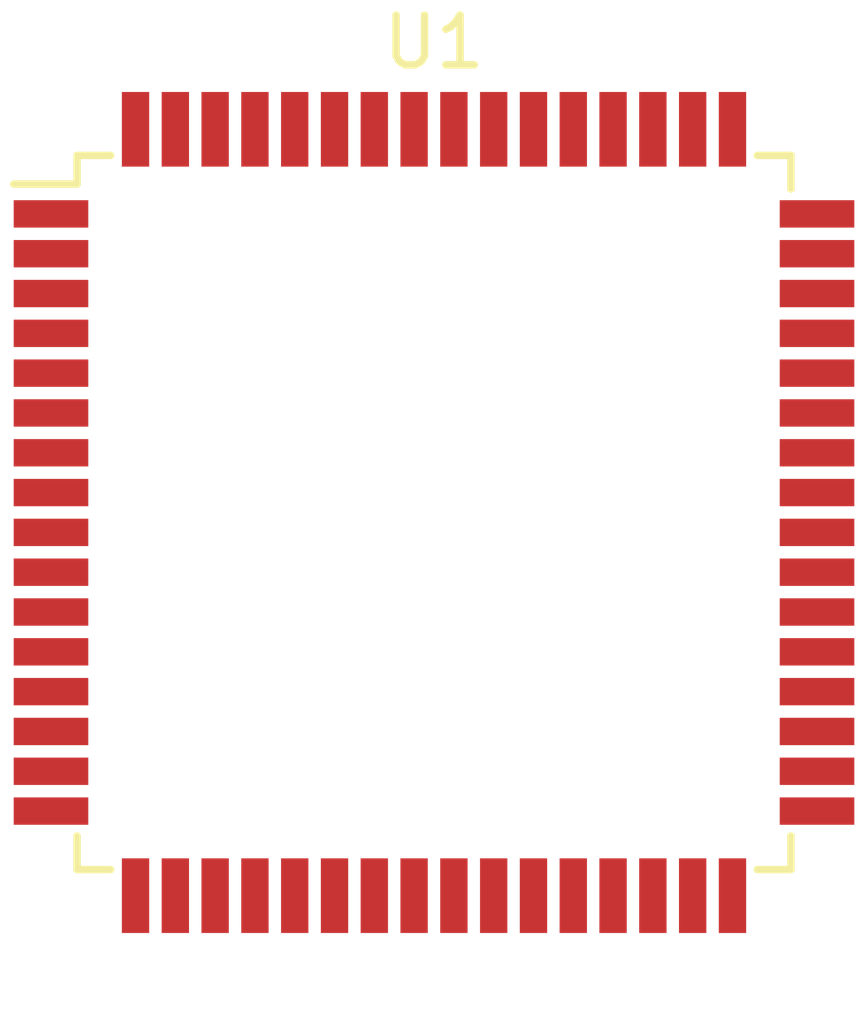
<source format=kicad_pcb>
(kicad_pcb (version 20171130) (host pcbnew "(5.0.0)")

  (general
    (thickness 1.6)
    (drawings 0)
    (tracks 0)
    (zones 0)
    (modules 1)
    (nets 3)
  )

  (page A4)
  (layers
    (0 F.Cu signal)
    (31 B.Cu signal)
    (32 B.Adhes user)
    (33 F.Adhes user)
    (34 B.Paste user)
    (35 F.Paste user)
    (36 B.SilkS user)
    (37 F.SilkS user)
    (38 B.Mask user)
    (39 F.Mask user)
    (40 Dwgs.User user)
    (41 Cmts.User user)
    (42 Eco1.User user)
    (43 Eco2.User user)
    (44 Edge.Cuts user)
    (45 Margin user)
    (46 B.CrtYd user)
    (47 F.CrtYd user)
    (48 B.Fab user)
    (49 F.Fab user)
  )

  (setup
    (last_trace_width 0.25)
    (trace_clearance 0.2)
    (zone_clearance 0.508)
    (zone_45_only no)
    (trace_min 0.2)
    (segment_width 0.2)
    (edge_width 0.15)
    (via_size 0.8)
    (via_drill 0.4)
    (via_min_size 0.4)
    (via_min_drill 0.3)
    (uvia_size 0.3)
    (uvia_drill 0.1)
    (uvias_allowed no)
    (uvia_min_size 0.2)
    (uvia_min_drill 0.1)
    (pcb_text_width 0.3)
    (pcb_text_size 1.5 1.5)
    (mod_edge_width 0.15)
    (mod_text_size 1 1)
    (mod_text_width 0.15)
    (pad_size 1.524 1.524)
    (pad_drill 0.762)
    (pad_to_mask_clearance 0.2)
    (aux_axis_origin 0 0)
    (visible_elements FFFFFF7F)
    (pcbplotparams
      (layerselection 0x010fc_ffffffff)
      (usegerberextensions false)
      (usegerberattributes false)
      (usegerberadvancedattributes false)
      (creategerberjobfile false)
      (excludeedgelayer true)
      (linewidth 0.100000)
      (plotframeref false)
      (viasonmask false)
      (mode 1)
      (useauxorigin false)
      (hpglpennumber 1)
      (hpglpenspeed 20)
      (hpglpendiameter 15.000000)
      (psnegative false)
      (psa4output false)
      (plotreference true)
      (plotvalue true)
      (plotinvisibletext false)
      (padsonsilk false)
      (subtractmaskfromsilk false)
      (outputformat 1)
      (mirror false)
      (drillshape 1)
      (scaleselection 1)
      (outputdirectory ""))
  )

  (net 0 "")
  (net 1 "Net-(U1-Pad21)")
  (net 2 "Net-(U1-Pad22)")

  (net_class Default "This is the default net class."
    (clearance 0.2)
    (trace_width 0.25)
    (via_dia 0.8)
    (via_drill 0.4)
    (uvia_dia 0.3)
    (uvia_drill 0.1)
    (add_net "Net-(U1-Pad21)")
    (add_net "Net-(U1-Pad22)")
  )

  (module Package_QFP:TQFP-64_14x14mm_P0.8mm (layer F.Cu) (tedit 5A02F146) (tstamp 5C12E42F)
    (at 152.7048 88.9)
    (descr "64-Lead Plastic Thin Quad Flatpack (PF) - 14x14x1 mm Body, 2.00 mm [TQFP] (see Microchip Packaging Specification 00000049BS.pdf)")
    (tags "QFP 0.8")
    (path /5C12E31A)
    (attr smd)
    (fp_text reference U1 (at 0 -9.45) (layer F.SilkS)
      (effects (font (size 1 1) (thickness 0.15)))
    )
    (fp_text value ATmega128-16AU (at 0 9.45) (layer F.Fab)
      (effects (font (size 1 1) (thickness 0.15)))
    )
    (fp_text user %R (at 0 0) (layer F.Fab)
      (effects (font (size 1 1) (thickness 0.15)))
    )
    (fp_line (start -6 -7) (end 7 -7) (layer F.Fab) (width 0.15))
    (fp_line (start 7 -7) (end 7 7) (layer F.Fab) (width 0.15))
    (fp_line (start 7 7) (end -7 7) (layer F.Fab) (width 0.15))
    (fp_line (start -7 7) (end -7 -6) (layer F.Fab) (width 0.15))
    (fp_line (start -7 -6) (end -6 -7) (layer F.Fab) (width 0.15))
    (fp_line (start -8.7 -8.7) (end -8.7 8.7) (layer F.CrtYd) (width 0.05))
    (fp_line (start 8.7 -8.7) (end 8.7 8.7) (layer F.CrtYd) (width 0.05))
    (fp_line (start -8.7 -8.7) (end 8.7 -8.7) (layer F.CrtYd) (width 0.05))
    (fp_line (start -8.7 8.7) (end 8.7 8.7) (layer F.CrtYd) (width 0.05))
    (fp_line (start -7.175 -7.175) (end -7.175 -6.6) (layer F.SilkS) (width 0.15))
    (fp_line (start 7.175 -7.175) (end 7.175 -6.5) (layer F.SilkS) (width 0.15))
    (fp_line (start 7.175 7.175) (end 7.175 6.5) (layer F.SilkS) (width 0.15))
    (fp_line (start -7.175 7.175) (end -7.175 6.5) (layer F.SilkS) (width 0.15))
    (fp_line (start -7.175 -7.175) (end -6.5 -7.175) (layer F.SilkS) (width 0.15))
    (fp_line (start -7.175 7.175) (end -6.5 7.175) (layer F.SilkS) (width 0.15))
    (fp_line (start 7.175 7.175) (end 6.5 7.175) (layer F.SilkS) (width 0.15))
    (fp_line (start 7.175 -7.175) (end 6.5 -7.175) (layer F.SilkS) (width 0.15))
    (fp_line (start -7.175 -6.6) (end -8.45 -6.6) (layer F.SilkS) (width 0.15))
    (pad 1 smd rect (at -7.7 -6) (size 1.5 0.55) (layers F.Cu F.Paste F.Mask))
    (pad 2 smd rect (at -7.7 -5.2) (size 1.5 0.55) (layers F.Cu F.Paste F.Mask))
    (pad 3 smd rect (at -7.7 -4.4) (size 1.5 0.55) (layers F.Cu F.Paste F.Mask))
    (pad 4 smd rect (at -7.7 -3.6) (size 1.5 0.55) (layers F.Cu F.Paste F.Mask))
    (pad 5 smd rect (at -7.7 -2.8) (size 1.5 0.55) (layers F.Cu F.Paste F.Mask))
    (pad 6 smd rect (at -7.7 -2) (size 1.5 0.55) (layers F.Cu F.Paste F.Mask))
    (pad 7 smd rect (at -7.7 -1.2) (size 1.5 0.55) (layers F.Cu F.Paste F.Mask))
    (pad 8 smd rect (at -7.7 -0.4) (size 1.5 0.55) (layers F.Cu F.Paste F.Mask))
    (pad 9 smd rect (at -7.7 0.4) (size 1.5 0.55) (layers F.Cu F.Paste F.Mask))
    (pad 10 smd rect (at -7.7 1.2) (size 1.5 0.55) (layers F.Cu F.Paste F.Mask))
    (pad 11 smd rect (at -7.7 2) (size 1.5 0.55) (layers F.Cu F.Paste F.Mask))
    (pad 12 smd rect (at -7.7 2.8) (size 1.5 0.55) (layers F.Cu F.Paste F.Mask))
    (pad 13 smd rect (at -7.7 3.6) (size 1.5 0.55) (layers F.Cu F.Paste F.Mask))
    (pad 14 smd rect (at -7.7 4.4) (size 1.5 0.55) (layers F.Cu F.Paste F.Mask))
    (pad 15 smd rect (at -7.7 5.2) (size 1.5 0.55) (layers F.Cu F.Paste F.Mask))
    (pad 16 smd rect (at -7.7 6) (size 1.5 0.55) (layers F.Cu F.Paste F.Mask))
    (pad 17 smd rect (at -6 7.7 90) (size 1.5 0.55) (layers F.Cu F.Paste F.Mask))
    (pad 18 smd rect (at -5.2 7.7 90) (size 1.5 0.55) (layers F.Cu F.Paste F.Mask))
    (pad 19 smd rect (at -4.4 7.7 90) (size 1.5 0.55) (layers F.Cu F.Paste F.Mask))
    (pad 20 smd rect (at -3.6 7.7 90) (size 1.5 0.55) (layers F.Cu F.Paste F.Mask))
    (pad 21 smd rect (at -2.8 7.7 90) (size 1.5 0.55) (layers F.Cu F.Paste F.Mask)
      (net 1 "Net-(U1-Pad21)"))
    (pad 22 smd rect (at -2 7.7 90) (size 1.5 0.55) (layers F.Cu F.Paste F.Mask)
      (net 2 "Net-(U1-Pad22)"))
    (pad 23 smd rect (at -1.2 7.7 90) (size 1.5 0.55) (layers F.Cu F.Paste F.Mask))
    (pad 24 smd rect (at -0.4 7.7 90) (size 1.5 0.55) (layers F.Cu F.Paste F.Mask))
    (pad 25 smd rect (at 0.4 7.7 90) (size 1.5 0.55) (layers F.Cu F.Paste F.Mask))
    (pad 26 smd rect (at 1.2 7.7 90) (size 1.5 0.55) (layers F.Cu F.Paste F.Mask))
    (pad 27 smd rect (at 2 7.7 90) (size 1.5 0.55) (layers F.Cu F.Paste F.Mask))
    (pad 28 smd rect (at 2.8 7.7 90) (size 1.5 0.55) (layers F.Cu F.Paste F.Mask))
    (pad 29 smd rect (at 3.6 7.7 90) (size 1.5 0.55) (layers F.Cu F.Paste F.Mask))
    (pad 30 smd rect (at 4.4 7.7 90) (size 1.5 0.55) (layers F.Cu F.Paste F.Mask))
    (pad 31 smd rect (at 5.2 7.7 90) (size 1.5 0.55) (layers F.Cu F.Paste F.Mask))
    (pad 32 smd rect (at 6 7.7 90) (size 1.5 0.55) (layers F.Cu F.Paste F.Mask))
    (pad 33 smd rect (at 7.7 6) (size 1.5 0.55) (layers F.Cu F.Paste F.Mask))
    (pad 34 smd rect (at 7.7 5.2) (size 1.5 0.55) (layers F.Cu F.Paste F.Mask))
    (pad 35 smd rect (at 7.7 4.4) (size 1.5 0.55) (layers F.Cu F.Paste F.Mask))
    (pad 36 smd rect (at 7.7 3.6) (size 1.5 0.55) (layers F.Cu F.Paste F.Mask))
    (pad 37 smd rect (at 7.7 2.8) (size 1.5 0.55) (layers F.Cu F.Paste F.Mask))
    (pad 38 smd rect (at 7.7 2) (size 1.5 0.55) (layers F.Cu F.Paste F.Mask))
    (pad 39 smd rect (at 7.7 1.2) (size 1.5 0.55) (layers F.Cu F.Paste F.Mask))
    (pad 40 smd rect (at 7.7 0.4) (size 1.5 0.55) (layers F.Cu F.Paste F.Mask))
    (pad 41 smd rect (at 7.7 -0.4) (size 1.5 0.55) (layers F.Cu F.Paste F.Mask))
    (pad 42 smd rect (at 7.7 -1.2) (size 1.5 0.55) (layers F.Cu F.Paste F.Mask))
    (pad 43 smd rect (at 7.7 -2) (size 1.5 0.55) (layers F.Cu F.Paste F.Mask))
    (pad 44 smd rect (at 7.7 -2.8) (size 1.5 0.55) (layers F.Cu F.Paste F.Mask))
    (pad 45 smd rect (at 7.7 -3.6) (size 1.5 0.55) (layers F.Cu F.Paste F.Mask))
    (pad 46 smd rect (at 7.7 -4.4) (size 1.5 0.55) (layers F.Cu F.Paste F.Mask))
    (pad 47 smd rect (at 7.7 -5.2) (size 1.5 0.55) (layers F.Cu F.Paste F.Mask))
    (pad 48 smd rect (at 7.7 -6) (size 1.5 0.55) (layers F.Cu F.Paste F.Mask))
    (pad 49 smd rect (at 6 -7.7 90) (size 1.5 0.55) (layers F.Cu F.Paste F.Mask))
    (pad 50 smd rect (at 5.2 -7.7 90) (size 1.5 0.55) (layers F.Cu F.Paste F.Mask))
    (pad 51 smd rect (at 4.4 -7.7 90) (size 1.5 0.55) (layers F.Cu F.Paste F.Mask))
    (pad 52 smd rect (at 3.6 -7.7 90) (size 1.5 0.55) (layers F.Cu F.Paste F.Mask)
      (net 1 "Net-(U1-Pad21)"))
    (pad 53 smd rect (at 2.8 -7.7 90) (size 1.5 0.55) (layers F.Cu F.Paste F.Mask)
      (net 2 "Net-(U1-Pad22)"))
    (pad 54 smd rect (at 2 -7.7 90) (size 1.5 0.55) (layers F.Cu F.Paste F.Mask))
    (pad 55 smd rect (at 1.2 -7.7 90) (size 1.5 0.55) (layers F.Cu F.Paste F.Mask))
    (pad 56 smd rect (at 0.4 -7.7 90) (size 1.5 0.55) (layers F.Cu F.Paste F.Mask))
    (pad 57 smd rect (at -0.4 -7.7 90) (size 1.5 0.55) (layers F.Cu F.Paste F.Mask))
    (pad 58 smd rect (at -1.2 -7.7 90) (size 1.5 0.55) (layers F.Cu F.Paste F.Mask))
    (pad 59 smd rect (at -2 -7.7 90) (size 1.5 0.55) (layers F.Cu F.Paste F.Mask))
    (pad 60 smd rect (at -2.8 -7.7 90) (size 1.5 0.55) (layers F.Cu F.Paste F.Mask))
    (pad 61 smd rect (at -3.6 -7.7 90) (size 1.5 0.55) (layers F.Cu F.Paste F.Mask))
    (pad 62 smd rect (at -4.4 -7.7 90) (size 1.5 0.55) (layers F.Cu F.Paste F.Mask))
    (pad 63 smd rect (at -5.2 -7.7 90) (size 1.5 0.55) (layers F.Cu F.Paste F.Mask)
      (net 2 "Net-(U1-Pad22)"))
    (pad 64 smd rect (at -6 -7.7 90) (size 1.5 0.55) (layers F.Cu F.Paste F.Mask))
    (model ${KISYS3DMOD}/Package_QFP.3dshapes/TQFP-64_14x14mm_P0.8mm.wrl
      (at (xyz 0 0 0))
      (scale (xyz 1 1 1))
      (rotate (xyz 0 0 0))
    )
  )

)

</source>
